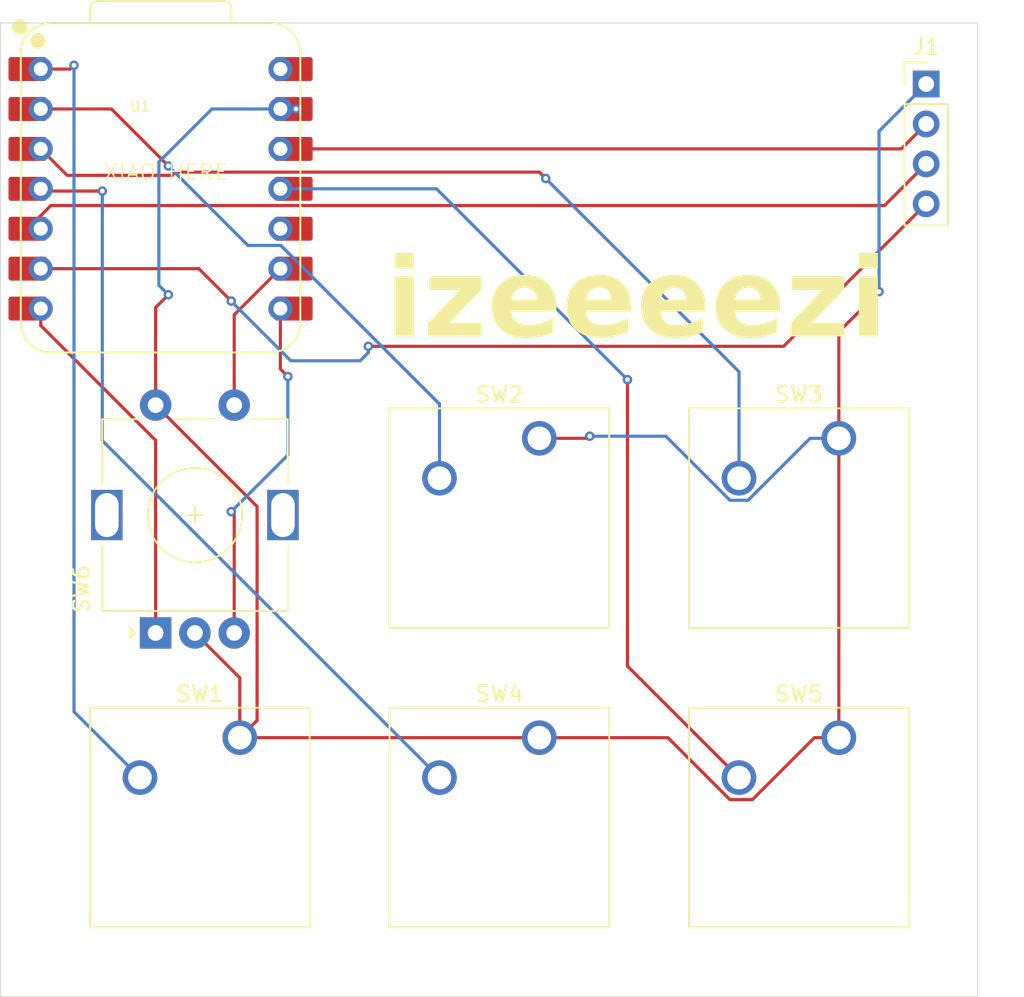
<source format=kicad_pcb>
(kicad_pcb (version 20241229) (generator "pcbnew") (generator_version "9.0")
  (layers (0 "F.Cu" signal) (2 "B.Cu" signal) (13 "F.Paste" user) (15 "B.Paste" user) (5 "F.SilkS" user "F.Silkscreen") (7 "B.SilkS" user "B.Silkscreen") (1 "F.Mask" user) (3 "B.Mask" user) (25 "Edge.Cuts" user))
  (net 0 "")
  (net 1 "/OLED_3")
  (net 2 "GND")
  (net 3 "/OLED_4")
  (net 4 "/SW_1")
  (net 5 "/SW_2")
  (net 6 "/SW_3")
  (net 7 "/SW_4")
  (net 8 "/SW_5")
  (net 9 "/RE_A")
  (net 10 "/RE_S1")
  (net 11 "/RE_B")
  (net 14 "/OLED_2")
  (footprint "Button_Switch_Keyboard:SW_Cherry_MX_1.00u_PCB" (layer "F.Cu") (at 127.79375 113.9825)
    (property "Reference" "SW4" (at -2.54 -2.794 0) (layer "F.SilkS"))
    (property "Value" "SW_Push")
    (fp_line (start -9.525 -1.905) (end 4.445 -1.905) (stroke (width 0.12)) (layer "F.SilkS"))
    (fp_line (start -9.525 12.065) (end -9.525 -1.905) (stroke (width 0.12)) (layer "F.SilkS"))
    (fp_line (start 4.445 -1.905) (end 4.445 12.065) (stroke (width 0.12)) (layer "F.SilkS"))
    (fp_line (start 4.445 12.065) (end -9.525 12.065) (stroke (width 0.12)) (layer "F.SilkS"))
    (pad "" np_thru_hole circle (at -7.62 5.08) (size 1.7 1.7) (drill 1.7) (layers "*.Cu" "*.Mask"))
    (pad "" np_thru_hole circle (at -2.54 5.08) (size 4 4) (drill 4) (layers "*.Cu" "*.Mask"))
    (pad "" np_thru_hole circle (at 2.54 5.08) (size 1.7 1.7) (drill 1.7) (layers "*.Cu" "*.Mask"))
    (pad "1" thru_hole circle (at 0 0) (size 2.2 2.2) (drill 1.5) (layers "*.Cu" "*.Mask") (net 2 "GND"))
    (pad "2" thru_hole circle (at -6.35 2.54) (size 2.2 2.2) (drill 1.5) (layers "*.Cu" "*.Mask") (net 7 "/SW_4"))
  )
  (footprint "Rotary_Encoder:RotaryEncoder_Alps_EC11E-Switch_Vertical_H20mm" (layer "F.Cu") (at 103.39 107.32 90)
    (property "Reference" "SW6" (at 2.8 -4.7 90) (layer "F.SilkS"))
    (property "Value" "RotaryEncoder_Switch")
    (fp_line (start 13.6 -3.4) (end 13.6 -1) (stroke (width 0.12)) (layer "F.SilkS"))
    (fp_line (start 9.5 -3.4) (end 13.6 -3.4) (stroke (width 0.12)) (layer "F.SilkS"))
    (fp_line (start 5.5 -3.4) (end 1.4 -3.4) (stroke (width 0.12)) (layer "F.SilkS"))
    (fp_line (start 1.4 -3.4) (end 1.4 8.4) (stroke (width 0.12)) (layer "F.SilkS"))
    (fp_line (start 0.3 -1.6) (end 0 -1.3) (stroke (width 0.12)) (layer "F.SilkS"))
    (fp_line (start -0.3 -1.6) (end 0.3 -1.6) (stroke (width 0.12)) (layer "F.SilkS"))
    (fp_line (start 0 -1.3) (end -0.3 -1.6) (stroke (width 0.12)) (layer "F.SilkS"))
    (fp_line (start 13.6 1.2) (end 13.6 3.8) (stroke (width 0.12)) (layer "F.SilkS"))
    (fp_line (start 7.5 2) (end 7.5 3) (stroke (width 0.12)) (layer "F.SilkS"))
    (fp_line (start 7 2.5) (end 8 2.5) (stroke (width 0.12)) (layer "F.SilkS"))
    (fp_line (start 13.6 6) (end 13.6 8.4) (stroke (width 0.12)) (layer "F.SilkS"))
    (fp_line (start 13.6 8.4) (end 9.5 8.4) (stroke (width 0.12)) (layer "F.SilkS"))
    (fp_line (start 5.5 8.4) (end 1.4 8.4) (stroke (width 0.12)) (layer "F.SilkS"))
    (fp_circle (center 7.5 2.5) (end 10.5 2.5) (stroke (width 0.12)) (fill no) (layer "F.SilkS"))
    (pad "A" thru_hole rect (at 0 0 90) (size 2 2) (drill 1) (layers "*.Cu" "*.Mask") (net 9 "/RE_A"))
    (pad "B" thru_hole circle (at 0 5 90) (size 2 2) (drill 1) (layers "*.Cu" "*.Mask") (net 11 "/RE_B"))
    (pad "C" thru_hole circle (at 0 2.5 90) (size 2 2) (drill 1) (layers "*.Cu" "*.Mask") (net 2 "GND"))
    (pad "MP" thru_hole rect (at 7.5 -3.1 90) (size 3.2 2) (drill oval 2.8 1.5) (layers "*.Cu" "*.Mask"))
    (pad "MP" thru_hole rect (at 7.5 8.1 90) (size 3.2 2) (drill oval 2.8 1.5) (layers "*.Cu" "*.Mask"))
    (pad "S1" thru_hole circle (at 14.5 5 90) (size 2 2) (drill 1) (layers "*.Cu" "*.Mask") (net 10 "/RE_S1"))
    (pad "S2" thru_hole circle (at 14.5 0 90) (size 2 2) (drill 1) (layers "*.Cu" "*.Mask") (net 2 "GND"))
  )
  (footprint "Button_Switch_Keyboard:SW_Cherry_MX_1.00u_PCB" (layer "F.Cu") (at 127.79375 94.9325)
    (property "Reference" "SW2" (at -2.54 -2.794 0) (layer "F.SilkS"))
    (property "Value" "SW_Push")
    (fp_line (start -9.525 -1.905) (end 4.445 -1.905) (stroke (width 0.12)) (layer "F.SilkS"))
    (fp_line (start -9.525 12.065) (end -9.525 -1.905) (stroke (width 0.12)) (layer "F.SilkS"))
    (fp_line (start 4.445 -1.905) (end 4.445 12.065) (stroke (width 0.12)) (layer "F.SilkS"))
    (fp_line (start 4.445 12.065) (end -9.525 12.065) (stroke (width 0.12)) (layer "F.SilkS"))
    (pad "" np_thru_hole circle (at -7.62 5.08) (size 1.7 1.7) (drill 1.7) (layers "*.Cu" "*.Mask"))
    (pad "" np_thru_hole circle (at -2.54 5.08) (size 4 4) (drill 4) (layers "*.Cu" "*.Mask"))
    (pad "" np_thru_hole circle (at 2.54 5.08) (size 1.7 1.7) (drill 1.7) (layers "*.Cu" "*.Mask"))
    (pad "1" thru_hole circle (at 0 0) (size 2.2 2.2) (drill 1.5) (layers "*.Cu" "*.Mask") (net 2 "GND"))
    (pad "2" thru_hole circle (at -6.35 2.54) (size 2.2 2.2) (drill 1.5) (layers "*.Cu" "*.Mask") (net 5 "/SW_2"))
  )
  (footprint "OPL LIB:XIAO-RP2040-DIP" (layer "F.Cu") (at 103.705 79.0575)
    (property "Reference" "U1" (at -1.31125 -5.23875 0) (layer "F.SilkS") (effects (font (size 0.635 0.635) (thickness 0.1016))))
    (property "Value" "XIAO-RP2040-DIP")
    (fp_line (start -8.89 8.509) (end -8.89 -8.636) (stroke (width 0.127)) (layer "F.SilkS"))
    (fp_line (start -6.985 10.414) (end 6.985 10.414) (stroke (width 0.127)) (layer "F.SilkS"))
    (fp_line (start -4.495 -10.541) (end -4.491272 -11.451272) (stroke (width 0.127)) (layer "F.SilkS"))
    (fp_line (start -3.991272 -11.951) (end 4.004 -11.951) (stroke (width 0.127)) (layer "F.SilkS"))
    (fp_line (start 4.504 -11.451) (end 4.504 -10.541) (stroke (width 0.127)) (layer "F.SilkS"))
    (fp_line (start 6.985 -10.541) (end -6.985 -10.541) (stroke (width 0.1)) (layer "F.SilkS"))
    (fp_line (start 6.985 -10.541) (end -6.985 -10.541) (stroke (width 0.127)) (layer "F.SilkS"))
    (fp_line (start 8.89 8.509) (end 8.89 -8.636) (stroke (width 0.127)) (layer "F.SilkS"))
    (fp_arc (start -8.89 -8.636) (mid -8.332038 -9.983038) (end -6.985 -10.541) (stroke (width 0.127)) (layer "F.SilkS"))
    (fp_arc (start -6.985 10.414) (mid -8.332038 9.856038) (end -8.89 8.509) (stroke (width 0.127)) (layer "F.SilkS"))
    (fp_arc (start -4.491272 -11.451272) (mid -4.344728 -11.80464) (end -3.991272 -11.951) (stroke (width 0.127)) (layer "F.SilkS"))
    (fp_arc (start 4.004 -11.951) (mid 4.357553 -11.804553) (end 4.504 -11.451) (stroke (width 0.127)) (layer "F.SilkS"))
    (fp_arc (start 6.985 -10.541) (mid 8.332038 -9.983038) (end 8.89 -8.636) (stroke (width 0.127)) (layer "F.SilkS"))
    (fp_arc (start 8.89 8.509) (mid 8.332038 9.856038) (end 6.985 10.414) (stroke (width 0.127)) (layer "F.SilkS"))
    (fp_circle (center -8.95 -10.3) (end -8.95 -10.554) (stroke (width 0.5)) (fill yes) (layer "F.SilkS"))
    (fp_circle (center -7.807 -9.42) (end -7.807 -9.674) (stroke (width 0.5)) (fill yes) (layer "F.SilkS"))
    (pad "1" smd roundrect (at -8.455 -7.62 180) (size 2.432 1.524) (layers "F.Cu" "F.Mask") (roundrect_rratio 0.1) (net 4 "/SW_1"))
    (pad "1" thru_hole circle (at -7.62 -7.62 180) (size 1.524 1.524) (drill 0.889) (layers "*.Cu" "*.Mask") (net 4 "/SW_1"))
    (pad "2" smd roundrect (at -8.455 -5.08 180) (size 2.432 1.524) (layers "F.Cu" "F.Mask") (roundrect_rratio 0.1) (net 5 "/SW_2"))
    (pad "2" thru_hole circle (at -7.62 -5.08 180) (size 1.524 1.524) (drill 0.889) (layers "*.Cu" "*.Mask") (net 5 "/SW_2"))
    (pad "3" smd roundrect (at -8.455 -2.54 180) (size 2.432 1.524) (layers "F.Cu" "F.Mask") (roundrect_rratio 0.1) (net 6 "/SW_3"))
    (pad "3" thru_hole circle (at -7.62 -2.54 180) (size 1.524 1.524) (drill 0.889) (layers "*.Cu" "*.Mask") (net 6 "/SW_3"))
    (pad "4" smd roundrect (at -8.455 0 180) (size 2.432 1.524) (layers "F.Cu" "F.Mask") (roundrect_rratio 0.1) (net 7 "/SW_4"))
    (pad "4" thru_hole circle (at -7.62 0 180) (size 1.524 1.524) (drill 0.889) (layers "*.Cu" "*.Mask") (net 7 "/SW_4"))
    (pad "5" smd roundrect (at -8.455 2.54 180) (size 2.432 1.524) (layers "F.Cu" "F.Mask") (roundrect_rratio 0.1) (net 1 "/OLED_3"))
    (pad "5" thru_hole circle (at -7.62 2.54 180) (size 1.524 1.524) (drill 0.889) (layers "*.Cu" "*.Mask") (net 1 "/OLED_3"))
    (pad "6" smd roundrect (at -8.455 5.08 180) (size 2.432 1.524) (layers "F.Cu" "F.Mask") (roundrect_rratio 0.1) (net 3 "/OLED_4"))
    (pad "6" thru_hole circle (at -7.62 5.08 180) (size 1.524 1.524) (drill 0.889) (layers "*.Cu" "*.Mask") (net 3 "/OLED_4"))
    (pad "7" smd roundrect (at -8.455 7.62 180) (size 2.432 1.524) (layers "F.Cu" "F.Mask") (roundrect_rratio 0.1) (net 9 "/RE_A"))
    (pad "7" thru_hole circle (at -7.62 7.62 180) (size 1.524 1.524) (drill 0.889) (layers "*.Cu" "*.Mask") (net 9 "/RE_A"))
    (pad "8" thru_hole circle (at 7.62 7.62) (size 1.524 1.524) (drill 0.889) (layers "*.Cu" "*.Mask") (net 11 "/RE_B"))
    (pad "8" smd roundrect (at 8.455 7.62) (size 2.432 1.524) (layers "F.Cu" "F.Mask") (roundrect_rratio 0.1) (net 11 "/RE_B"))
    (pad "9" thru_hole circle (at 7.62 5.08) (size 1.524 1.524) (drill 0.889) (layers "*.Cu" "*.Mask") (net 10 "/RE_S1"))
    (pad "9" smd roundrect (at 8.455 5.08) (size 2.432 1.524) (layers "F.Cu" "F.Mask") (roundrect_rratio 0.1) (net 10 "/RE_S1"))
    (pad "10" thru_hole circle (at 7.62 2.54) (size 1.524 1.524) (drill 0.889) (layers "*.Cu" "*.Mask"))
    (pad "10" smd roundrect (at 8.455 2.54) (size 2.432 1.524) (layers "F.Cu" "F.Mask") (roundrect_rratio 0.1))
    (pad "11" thru_hole circle (at 7.62 0) (size 1.524 1.524) (drill 0.889) (layers "*.Cu" "*.Mask") (net 8 "/SW_5"))
    (pad "11" smd roundrect (at 8.455 0) (size 2.432 1.524) (layers "F.Cu" "F.Mask") (roundrect_rratio 0.1) (net 8 "/SW_5"))
    (pad "12" thru_hole circle (at 7.62 -2.54) (size 1.524 1.524) (drill 0.889) (layers "*.Cu" "*.Mask") (net 14 "/OLED_2"))
    (pad "12" smd roundrect (at 8.455 -2.54) (size 2.432 1.524) (layers "F.Cu" "F.Mask") (roundrect_rratio 0.1) (net 14 "/OLED_2"))
    (pad "13" thru_hole circle (at 7.62 -5.08) (size 1.524 1.524) (drill 0.889) (layers "*.Cu" "*.Mask") (net 2 "GND"))
    (pad "13" smd roundrect (at 8.455 -5.08) (size 2.432 1.524) (layers "F.Cu" "F.Mask") (roundrect_rratio 0.1) (net 2 "GND"))
    (pad "14" thru_hole circle (at 7.62 -7.62) (size 1.524 1.524) (drill 0.889) (layers "*.Cu" "*.Mask"))
    (pad "14" smd roundrect (at 8.455 -7.62) (size 2.432 1.524) (layers "F.Cu" "F.Mask") (roundrect_rratio 0.1))
  )
  (footprint "Button_Switch_Keyboard:SW_Cherry_MX_1.00u_PCB" (layer "F.Cu") (at 146.84375 113.9825)
    (property "Reference" "SW5" (at -2.54 -2.794 0) (layer "F.SilkS"))
    (property "Value" "SW_Push")
    (fp_line (start -9.525 -1.905) (end 4.445 -1.905) (stroke (width 0.12)) (layer "F.SilkS"))
    (fp_line (start -9.525 12.065) (end -9.525 -1.905) (stroke (width 0.12)) (layer "F.SilkS"))
    (fp_line (start 4.445 -1.905) (end 4.445 12.065) (stroke (width 0.12)) (layer "F.SilkS"))
    (fp_line (start 4.445 12.065) (end -9.525 12.065) (stroke (width 0.12)) (layer "F.SilkS"))
    (pad "" np_thru_hole circle (at -7.62 5.08) (size 1.7 1.7) (drill 1.7) (layers "*.Cu" "*.Mask"))
    (pad "" np_thru_hole circle (at -2.54 5.08) (size 4 4) (drill 4) (layers "*.Cu" "*.Mask"))
    (pad "" np_thru_hole circle (at 2.54 5.08) (size 1.7 1.7) (drill 1.7) (layers "*.Cu" "*.Mask"))
    (pad "1" thru_hole circle (at 0 0) (size 2.2 2.2) (drill 1.5) (layers "*.Cu" "*.Mask") (net 2 "GND"))
    (pad "2" thru_hole circle (at -6.35 2.54) (size 2.2 2.2) (drill 1.5) (layers "*.Cu" "*.Mask") (net 8 "/SW_5"))
  )
  (footprint "Button_Switch_Keyboard:SW_Cherry_MX_1.00u_PCB" (layer "F.Cu") (at 146.84375 94.9325)
    (property "Reference" "SW3" (at -2.54 -2.794 0) (layer "F.SilkS"))
    (property "Value" "SW_Push")
    (fp_line (start -9.525 -1.905) (end 4.445 -1.905) (stroke (width 0.12)) (layer "F.SilkS"))
    (fp_line (start -9.525 12.065) (end -9.525 -1.905) (stroke (width 0.12)) (layer "F.SilkS"))
    (fp_line (start 4.445 -1.905) (end 4.445 12.065) (stroke (width 0.12)) (layer "F.SilkS"))
    (fp_line (start 4.445 12.065) (end -9.525 12.065) (stroke (width 0.12)) (layer "F.SilkS"))
    (pad "" np_thru_hole circle (at -7.62 5.08) (size 1.7 1.7) (drill 1.7) (layers "*.Cu" "*.Mask"))
    (pad "" np_thru_hole circle (at -2.54 5.08) (size 4 4) (drill 4) (layers "*.Cu" "*.Mask"))
    (pad "" np_thru_hole circle (at 2.54 5.08) (size 1.7 1.7) (drill 1.7) (layers "*.Cu" "*.Mask"))
    (pad "1" thru_hole circle (at 0 0) (size 2.2 2.2) (drill 1.5) (layers "*.Cu" "*.Mask") (net 2 "GND"))
    (pad "2" thru_hole circle (at -6.35 2.54) (size 2.2 2.2) (drill 1.5) (layers "*.Cu" "*.Mask") (net 6 "/SW_3"))
  )
  (footprint "Connector_PinHeader_2.54mm:PinHeader_1x04_P2.54mm_Vertical" (layer "F.Cu") (at 152.4 72.39)
    (property "Reference" "J1" (at 0 -2.38 0) (layer "F.SilkS"))
    (property "Value" "Conn_01x04_Pin")
    (fp_line (start -1.38 -1.38) (end 0 -1.38) (stroke (width 0.12)) (layer "F.SilkS"))
    (fp_line (start -1.38 0) (end -1.38 -1.38) (stroke (width 0.12)) (layer "F.SilkS"))
    (fp_line (start -1.38 1.27) (end -1.38 9) (stroke (width 0.12)) (layer "F.SilkS"))
    (fp_line (start -1.38 1.27) (end 1.38 1.27) (stroke (width 0.12)) (layer "F.SilkS"))
    (fp_line (start -1.38 9) (end 1.38 9) (stroke (width 0.12)) (layer "F.SilkS"))
    (fp_line (start 1.38 1.27) (end 1.38 9) (stroke (width 0.12)) (layer "F.SilkS"))
    (pad "1" thru_hole rect (at 0 0) (size 1.7 1.7) (drill 1) (layers "*.Cu" "*.Mask") (net 2 "GND"))
    (pad "2" thru_hole circle (at 0 2.54) (size 1.7 1.7) (drill 1) (layers "*.Cu" "*.Mask") (net 14 "/OLED_2"))
    (pad "3" thru_hole circle (at 0 5.08) (size 1.7 1.7) (drill 1) (layers "*.Cu" "*.Mask") (net 1 "/OLED_3"))
    (pad "4" thru_hole circle (at 0 7.62) (size 1.7 1.7) (drill 1) (layers "*.Cu" "*.Mask") (net 3 "/OLED_4"))
  )
  (footprint "Button_Switch_Keyboard:SW_Cherry_MX_1.00u_PCB" (layer "F.Cu") (at 108.74375 113.9825)
    (property "Reference" "SW1" (at -2.54 -2.794 0) (layer "F.SilkS"))
    (property "Value" "SW_Push")
    (fp_line (start -9.525 -1.905) (end 4.445 -1.905) (stroke (width 0.12)) (layer "F.SilkS"))
    (fp_line (start -9.525 12.065) (end -9.525 -1.905) (stroke (width 0.12)) (layer "F.SilkS"))
    (fp_line (start 4.445 -1.905) (end 4.445 12.065) (stroke (width 0.12)) (layer "F.SilkS"))
    (fp_line (start 4.445 12.065) (end -9.525 12.065) (stroke (width 0.12)) (layer "F.SilkS"))
    (pad "" np_thru_hole circle (at -7.62 5.08) (size 1.7 1.7) (drill 1.7) (layers "*.Cu" "*.Mask"))
    (pad "" np_thru_hole circle (at -2.54 5.08) (size 4 4) (drill 4) (layers "*.Cu" "*.Mask"))
    (pad "" np_thru_hole circle (at 2.54 5.08) (size 1.7 1.7) (drill 1.7) (layers "*.Cu" "*.Mask"))
    (pad "1" thru_hole circle (at 0 0) (size 2.2 2.2) (drill 1.5) (layers "*.Cu" "*.Mask") (net 2 "GND"))
    (pad "2" thru_hole circle (at -6.35 2.54) (size 2.2 2.2) (drill 1.5) (layers "*.Cu" "*.Mask") (net 4 "/SW_1"))
  )
  (gr_rect (start 93.51875 68.50625) (end 155.6625 130.46875) (stroke (width 0.05)) (fill no) (layer "Edge.Cuts"))
  (gr_text "izeeeezi" (at 118 89.3 0) (layer "F.SilkS") (effects (font (size 5 5) (thickness 1) (bold yes)) (justify left bottom)))
  (gr_text "XIAO HERE" (at 100.0125 78.58125 0) (layer "F.SilkS") (effects (font (size 1 1) (thickness 0.1)) (justify left bottom)))
  (segment (start 152.4 77.47) (end 149.7495 80.1205) (width 0.2) (layer "F.Cu") (net 1))
  (segment (start 96.727 80.1205) (end 95.25 81.5975) (width 0.2) (layer "F.Cu") (net 1))
  (segment (start 149.7495 80.1205) (end 96.727 80.1205) (width 0.2) (layer "F.Cu") (net 1))
  (segment (start 109.843749 99.273749) (end 103.39 92.82) (width 0.2) (layer "F.Cu") (net 2))
  (segment (start 141.347116 117.9235) (end 145.288116 113.9825) (width 0.2) (layer "F.Cu") (net 2))
  (segment (start 108.74375 113.9825) (end 127.79375 113.9825) (width 0.2) (layer "F.Cu") (net 2))
  (segment (start 109.843749 112.882501) (end 109.843749 99.273749) (width 0.2) (layer "F.Cu") (net 2))
  (segment (start 127.79375 113.9825) (end 135.972436 113.9825) (width 0.2) (layer "F.Cu") (net 2))
  (segment (start 145.288116 113.9825) (end 146.84375 113.9825) (width 0.2) (layer "F.Cu") (net 2))
  (segment (start 135.972436 113.9825) (end 139.913436 117.9235) (width 0.2) (layer "F.Cu") (net 2))
  (segment (start 105.89 107.32) (end 108.74375 110.17375) (width 0.2) (layer "F.Cu") (net 2))
  (segment (start 108.74375 110.17375) (end 108.74375 113.9825) (width 0.2) (layer "F.Cu") (net 2))
  (segment (start 103.39 92.82) (end 103.39 86.61) (width 0.2) (layer "F.Cu") (net 2))
  (segment (start 139.913436 117.9235) (end 141.347116 117.9235) (width 0.2) (layer "F.Cu") (net 2))
  (segment (start 130.8675 94.9325) (end 131 94.8) (width 0.2) (layer "F.Cu") (net 2))
  (segment (start 146.84375 94.9325) (end 146.84375 88.15625) (width 0.2) (layer "F.Cu") (net 2))
  (segment (start 103.39 86.61) (end 104.2 85.8) (width 0.2) (layer "F.Cu") (net 2))
  (segment (start 127.79375 94.9325) (end 130.8675 94.9325) (width 0.2) (layer "F.Cu") (net 2))
  (segment (start 108.74375 113.9825) (end 109.843749 112.882501) (width 0.2) (layer "F.Cu") (net 2))
  (segment (start 146.84375 113.9825) (end 146.84375 94.9325) (width 0.2) (layer "F.Cu") (net 2))
  (segment (start 146.84375 88.15625) (end 149.4 85.6) (width 0.2) (layer "F.Cu") (net 2))
  (via (at 131 94.8) (size 0.6) (drill 0.3) (layers "F.Cu" "B.Cu") (net 2))
  (via (at 104.2 85.8) (size 0.6) (drill 0.3) (layers "F.Cu" "B.Cu") (net 2))
  (via (at 149.4 85.6) (size 0.6) (drill 0.3) (layers "F.Cu" "B.Cu") (net 2))
  (via (at 112.3195 73.9775) (size 0.6) (drill 0.3) (layers "F.Cu" "B.Cu") (net 2))
  (segment (start 139.913436 98.8735) (end 141.074064 98.8735) (width 0.2) (layer "B.Cu") (net 2))
  (segment (start 149.4 75.39) (end 152.4 72.39) (width 0.2) (layer "B.Cu") (net 2))
  (segment (start 145.015064 94.9325) (end 146.84375 94.9325) (width 0.2) (layer "B.Cu") (net 2))
  (segment (start 106.972557 73.9775) (end 112.3195 73.9775) (width 0.2) (layer "B.Cu") (net 2))
  (segment (start 141.074064 98.8735) (end 145.015064 94.9325) (width 0.2) (layer "B.Cu") (net 2))
  (segment (start 103.599 85.199) (end 103.599 77.351057) (width 0.2) (layer "B.Cu") (net 2))
  (segment (start 149.4 85.6) (end 149.4 75.39) (width 0.2) (layer "B.Cu") (net 2))
  (segment (start 103.599 77.351057) (end 106.972557 73.9775) (width 0.2) (layer "B.Cu") (net 2))
  (segment (start 135.839936 94.8) (end 139.913436 98.8735) (width 0.2) (layer "B.Cu") (net 2))
  (segment (start 131 94.8) (end 135.839936 94.8) (width 0.2) (layer "B.Cu") (net 2))
  (segment (start 104.2 85.8) (end 103.599 85.199) (width 0.2) (layer "B.Cu") (net 2))
  (segment (start 106.1375 84.1375) (end 108.2 86.2) (width 0.2) (layer "F.Cu") (net 3))
  (segment (start 116.92114 89.07886) (end 143.33114 89.07886) (width 0.2) (layer "F.Cu") (net 3))
  (segment (start 143.33114 89.07886) (end 152.4 80.01) (width 0.2) (layer "F.Cu") (net 3))
  (segment (start 96.085 84.1375) (end 106.1375 84.1375) (width 0.2) (layer "F.Cu") (net 3))
  (via (at 108.2 86.2) (size 0.6) (drill 0.3) (layers "F.Cu" "B.Cu") (net 3))
  (via (at 116.92114 89.07886) (size 0.6) (drill 0.3) (layers "F.Cu" "B.Cu") (net 3))
  (segment (start 108.2 86.210064) (end 111.989936 90) (width 0.2) (layer "B.Cu") (net 3))
  (segment (start 111.989936 90) (end 116.4 90) (width 0.2) (layer "B.Cu") (net 3))
  (segment (start 116.92114 89.47886) (end 116.92114 89.07886) (width 0.2) (layer "B.Cu") (net 3))
  (segment (start 116.4 90) (end 116.92114 89.47886) (width 0.2) (layer "B.Cu") (net 3))
  (segment (start 108.2 86.2) (end 108.2 86.210064) (width 0.2) (layer "B.Cu") (net 3))
  (segment (start 96.085 71.4375) (end 97.9625 71.4375) (width 0.2) (layer "F.Cu") (net 4))
  (segment (start 97.9625 71.4375) (end 98.2 71.2) (width 0.2) (layer "F.Cu") (net 4))
  (via (at 98.2 71.2) (size 0.6) (drill 0.3) (layers "F.Cu" "B.Cu") (net 4))
  (segment (start 98.2 71.2) (end 98.2 112.32875) (width 0.2) (layer "B.Cu") (net 4))
  (segment (start 98.2 112.32875) (end 102.39375 116.5225) (width 0.2) (layer "B.Cu") (net 4))
  (segment (start 100.5775 73.9775) (end 104.2 77.6) (width 0.2) (layer "F.Cu") (net 5))
  (segment (start 96.085 73.9775) (end 100.5775 73.9775) (width 0.2) (layer "F.Cu") (net 5))
  (via (at 104.2 77.6) (size 0.6) (drill 0.3) (layers "F.Cu" "B.Cu") (net 5))
  (segment (start 109.2605 82.6605) (end 111.35131 82.6605) (width 0.2) (layer "B.Cu") (net 5))
  (segment (start 111.35131 82.6605) (end 121.44375 92.75294) (width 0.2) (layer "B.Cu") (net 5))
  (segment (start 104.2 77.6) (end 109.2605 82.6605) (width 0.2) (layer "B.Cu") (net 5))
  (segment (start 121.44375 92.75294) (end 121.44375 97.4725) (width 0.2) (layer "B.Cu") (net 5))
  (segment (start 127.7945 77.9945) (end 128.2 78.4) (width 0.2) (layer "F.Cu") (net 6))
  (segment (start 104.448943 78.201) (end 104.655443 77.9945) (width 0.2) (layer "F.Cu") (net 6))
  (segment (start 97.7685 78.201) (end 104.448943 78.201) (width 0.2) (layer "F.Cu") (net 6))
  (segment (start 104.655443 77.9945) (end 127.7945 77.9945) (width 0.2) (layer "F.Cu") (net 6))
  (segment (start 96.085 76.5175) (end 97.7685 78.201) (width 0.2) (layer "F.Cu") (net 6))
  (via (at 128.2 78.4) (size 0.6) (drill 0.3) (layers "F.Cu" "B.Cu") (net 6))
  (segment (start 140.49375 90.69375) (end 140.49375 97.4725) (width 0.2) (layer "B.Cu") (net 6))
  (segment (start 128.2 78.4) (end 140.49375 90.69375) (width 0.2) (layer "B.Cu") (net 6))
  (segment (start 96.2275 79.2) (end 100 79.2) (width 0.2) (layer "F.Cu") (net 7))
  (segment (start 96.085 79.0575) (end 96.2275 79.2) (width 0.2) (layer "F.Cu") (net 7))
  (via (at 100 79.2) (size 0.6) (drill 0.3) (layers "F.Cu" "B.Cu") (net 7))
  (segment (start 100 95.07875) (end 121.44375 116.5225) (width 0.2) (layer "B.Cu") (net 7))
  (segment (start 100 79.2) (end 100 95.07875) (width 0.2) (layer "B.Cu") (net 7))
  (segment (start 140.49375 116.5225) (end 133.4 109.42875) (width 0.2) (layer "F.Cu") (net 8))
  (segment (start 133.4 109.42875) (end 133.4 91.2) (width 0.2) (layer "F.Cu") (net 8))
  (via (at 133.4 91.2) (size 0.6) (drill 0.3) (layers "F.Cu" "B.Cu") (net 8))
  (segment (start 133.4 91.2) (end 121.2575 79.0575) (width 0.2) (layer "B.Cu") (net 8))
  (segment (start 121.2575 79.0575) (end 111.325 79.0575) (width 0.2) (layer "B.Cu") (net 8))
  (segment (start 96.085 86.6775) (end 96.085 87.75513) (width 0.2) (layer "F.Cu") (net 9))
  (segment (start 103.39 95.06013) (end 103.39 107.32) (width 0.2) (layer "F.Cu") (net 9))
  (segment (start 96.085 87.75513) (end 103.39 95.06013) (width 0.2) (layer "F.Cu") (net 9))
  (segment (start 108.39 92.82) (end 108.39 87.0725) (width 0.2) (layer "F.Cu") (net 10))
  (segment (start 108.39 87.0725) (end 111.325 84.1375) (width 0.2) (layer "F.Cu") (net 10))
  (segment (start 108.39 107.32) (end 108.39 99.79) (width 0.2) (layer "F.Cu") (net 11))
  (segment (start 108.39 99.79) (end 108.2 99.6) (width 0.2) (layer "F.Cu") (net 11))
  (segment (start 111.325 90.525) (end 111.325 86.6775) (width 0.2) (layer "F.Cu") (net 11))
  (segment (start 111.8 91) (end 111.325 90.525) (width 0.2) (layer "F.Cu") (net 11))
  (via (at 108.2 99.6) (size 0.6) (drill 0.3) (layers "F.Cu" "B.Cu") (net 11))
  (via (at 111.8 91) (size 0.6) (drill 0.3) (layers "F.Cu" "B.Cu") (net 11))
  (segment (start 111.8 96) (end 111.8 91) (width 0.2) (layer "B.Cu") (net 11))
  (segment (start 108.2 99.6) (end 111.8 96) (width 0.2) (layer "B.Cu") (net 11))
  (segment (start 152.4 74.93) (end 150.8125 76.5175) (width 0.2) (layer "F.Cu") (net 14))
  (segment (start 150.8125 76.5175) (end 111.325 76.5175) (width 0.2) (layer "F.Cu") (net 14))
)
</source>
